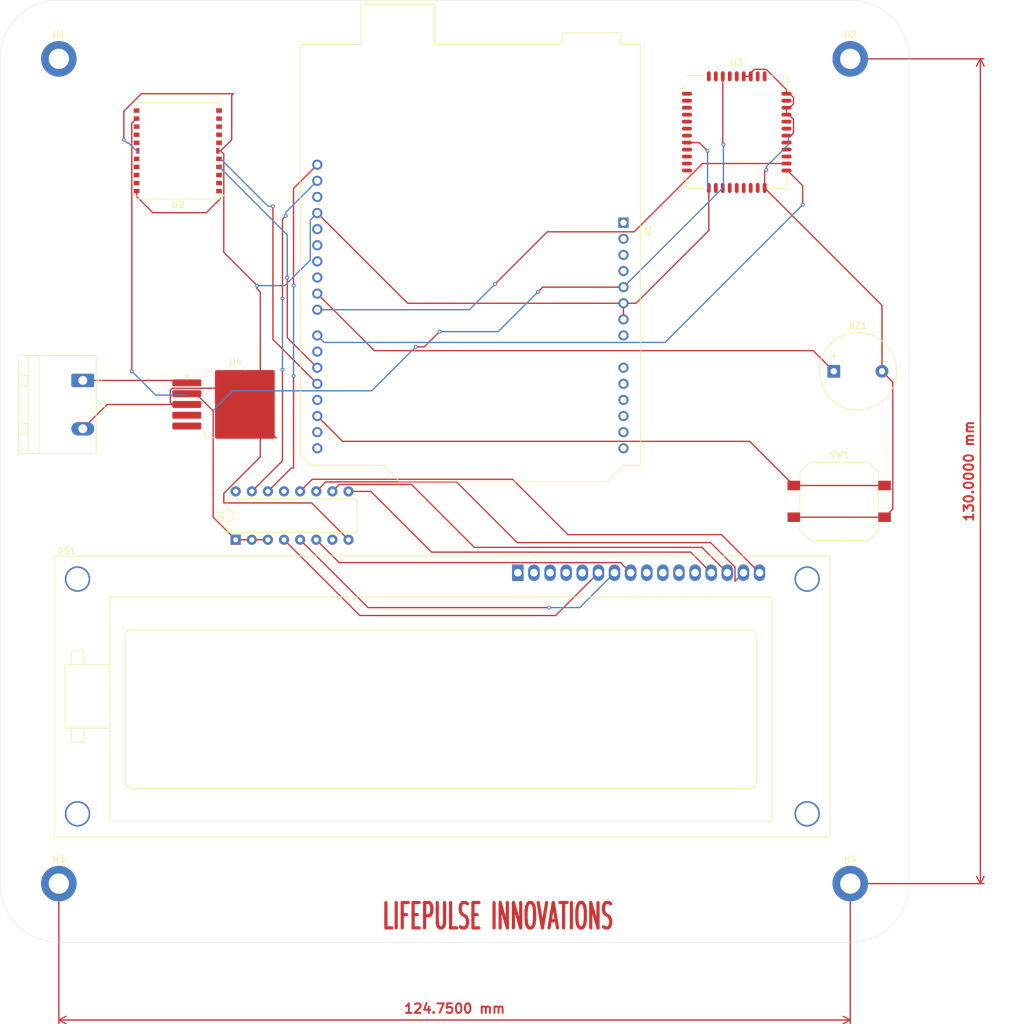
<source format=kicad_pcb>
(kicad_pcb (version 20240108) (generator "pcbnew") (generator_version "8.0")
  (layers (0 "F.Cu" signal) (31 "B.Cu" signal) (34 "B.Paste" user) (35 "F.Paste" user) (36 "B.SilkS" user "B.Silkscreen") (37 "F.SilkS" user "F.Silkscreen") (38 "B.Mask" user) (39 "F.Mask" user) (44 "Edge.Cuts" user))
  (net 0 "")
  (net 1 "/SDA")
  (net 5 "/GPSTX")
  (net 6 "/BZ")
  (net 13 "/GPSRX")
  (net 14 "/SCL")
  (net 23 "/GSMRX")
  (net 24 "/GSMTX")
  (net 25 "+5V")
  (net 28 "Earth")
  (net 30 "/PB")
  (net 33 "/D7")
  (net 37 "/D4")
  (net 39 "/D5")
  (net 40 "/R{slash}W")
  (net 42 "/RS")
  (net 44 "/D6")
  (net 45 "/E")
  (net 93 "Net-(J1-Pin_1)")
  (footprint "Display:HY1602E" (layer "F.Cu") (at 115.35 109)
    (property "Reference" "DS1" (at -71.12 -3.48 0) (layer "F.SilkS"))
    (property "Value" "HY1602E")
    (fp_line (start -73.04 -2.64) (end -73.04 41.64) (stroke (width 0.12)) (layer "F.SilkS"))
    (fp_line (start -73.04 -2.64) (end 49.24 -2.64) (stroke (width 0.12)) (layer "F.SilkS"))
    (fp_line (start -71.4 14.5) (end -64.3 14.5) (stroke (width 0.12)) (layer "F.SilkS"))
    (fp_line (start -71.4 24.5) (end -71.4 14.5) (stroke (width 0.12)) (layer "F.SilkS"))
    (fp_line (start -70.4 12.3) (end -70.4 14.5) (stroke (width 0.12)) (layer "F.SilkS"))
    (fp_line (start -70.4 26.7) (end -70.4 24.5) (stroke (width 0.12)) (layer "F.SilkS"))
    (fp_line (start -68.4 12.3) (end -70.4 12.3) (stroke (width 0.12)) (layer "F.SilkS"))
    (fp_line (start -68.4 14.5) (end -68.4 12.3) (stroke (width 0.12)) (layer "F.SilkS"))
    (fp_line (start -68.4 24.5) (end -68.4 26.7) (stroke (width 0.12)) (layer "F.SilkS"))
    (fp_line (start -68.4 26.7) (end -70.4 26.7) (stroke (width 0.12)) (layer "F.SilkS"))
    (fp_line (start -64.3 3.8) (end 40.1 3.8) (stroke (width 0.12)) (layer "F.SilkS"))
    (fp_line (start -64.3 24.5) (end -71.4 24.5) (stroke (width 0.12)) (layer "F.SilkS"))
    (fp_line (start -64.3 39.2) (end -64.3 3.8) (stroke (width 0.12)) (layer "F.SilkS"))
    (fp_line (start -61.9 33) (end -61.9 10) (stroke (width 0.12)) (layer "F.SilkS"))
    (fp_line (start -60.9 9) (end 36.6 9) (stroke (width 0.12)) (layer "F.SilkS"))
    (fp_line (start -2 -3) (end 2 -3) (stroke (width 0.12)) (layer "F.SilkS"))
    (fp_line (start 36.6 34) (end -60.9 34) (stroke (width 0.12)) (layer "F.SilkS"))
    (fp_line (start 37.6 10) (end 37.6 33) (stroke (width 0.12)) (layer "F.SilkS"))
    (fp_line (start 40.1 3.8) (end 40.1 39.2) (stroke (width 0.12)) (layer "F.SilkS"))
    (fp_line (start 40.1 39.2) (end -64.3 39.2) (stroke (width 0.12)) (layer "F.SilkS"))
    (fp_line (start 49.24 -2.64) (end 49.24 41.64) (stroke (width 0.12)) (layer "F.SilkS"))
    (fp_line (start 49.24 41.64) (end -73.04 41.64) (stroke (width 0.12)) (layer "F.SilkS"))
    (fp_arc (start -61.9 10) (mid -61.607107 9.292893) (end -60.9 9) (stroke (width 0.12)) (layer "F.SilkS"))
    (fp_arc (start -60.9 34) (mid -61.607107 33.707107) (end -61.9 33) (stroke (width 0.12)) (layer "F.SilkS"))
    (fp_arc (start 36.6 9) (mid 37.307107 9.292893) (end 37.6 10) (stroke (width 0.12)) (layer "F.SilkS"))
    (fp_arc (start 37.6 33) (mid 37.307107 33.707107) (end 36.6 34) (stroke (width 0.12)) (layer "F.SilkS"))
    (pad "" thru_hole circle (at -69.40042 1.00076 180) (size 4 4) (drill 3.5) (layers "*.Cu" "*.Mask"))
    (pad "" thru_hole circle (at -69.40042 38.00094 180) (size 4 4) (drill 3.5) (layers "*.Cu" "*.Mask"))
    (pad "" thru_hole circle (at 45.60062 1.00076 180) (size 4 4) (drill 3.5) (layers "*.Cu" "*.Mask"))
    (pad "" thru_hole circle (at 45.60062 38.00094 180) (size 4 4) (drill 3.5) (layers "*.Cu" "*.Mask"))
    (pad "1" thru_hole rect (at 0 0 180) (size 1.8 2.6) (drill 1.2) (layers "*.Cu" "*.Mask"))
    (pad "2" thru_hole oval (at 2.54 0 180) (size 1.8 2.6) (drill 1.2) (layers "*.Cu" "*.Mask"))
    (pad "3" thru_hole oval (at 5.08 0 180) (size 1.8 2.6) (drill 1.2) (layers "*.Cu" "*.Mask"))
    (pad "4" thru_hole oval (at 7.62 0 180) (size 1.8 2.6) (drill 1.2) (layers "*.Cu" "*.Mask"))
    (pad "5" thru_hole oval (at 10.16 0 180) (size 1.8 2.6) (drill 1.2) (layers "*.Cu" "*.Mask"))
    (pad "6" thru_hole oval (at 12.7 0 180) (size 1.8 2.6) (drill 1.2) (layers "*.Cu" "*.Mask") (net 42 "/RS"))
    (pad "7" thru_hole oval (at 15.24 0 180) (size 1.8 2.6) (drill 1.2) (layers "*.Cu" "*.Mask") (net 40 "/R{slash}W"))
    (pad "8" thru_hole oval (at 17.78 0 180) (size 1.8 2.6) (drill 1.2) (layers "*.Cu" "*.Mask") (net 45 "/E"))
    (pad "9" thru_hole oval (at 20.32 0 180) (size 1.8 2.6) (drill 1.2) (layers "*.Cu" "*.Mask"))
    (pad "10" thru_hole oval (at 22.86 0 180) (size 1.8 2.6) (drill 1.2) (layers "*.Cu" "*.Mask"))
    (pad "11" thru_hole oval (at 25.4 0 180) (size 1.8 2.6) (drill 1.2) (layers "*.Cu" "*.Mask"))
    (pad "12" thru_hole oval (at 27.94 0 180) (size 1.8 2.6) (drill 1.2) (layers "*.Cu" "*.Mask"))
    (pad "13" thru_hole oval (at 30.48 0 180) (size 1.8 2.6) (drill 1.2) (layers "*.Cu" "*.Mask") (net 37 "/D4"))
    (pad "14" thru_hole oval (at 33.02 0 180) (size 1.8 2.6) (drill 1.2) (layers "*.Cu" "*.Mask") (net 39 "/D5"))
    (pad "15" thru_hole oval (at 35.56 0 180) (size 1.8 2.6) (drill 1.2) (layers "*.Cu" "*.Mask") (net 44 "/D6"))
    (pad "16" thru_hole oval (at 38.1 0 180) (size 1.8 2.6) (drill 1.2) (layers "*.Cu" "*.Mask") (net 33 "/D7"))
  )
  (footprint "MountingHole:MountingHole_3.2mm_M3_DIN965_Pad_TopBottom" (layer "F.Cu") (at 43 158)
    (property "Reference" "H3" (at 0 -3.8 0) (layer "F.SilkS"))
    (property "Value" "MountingHole_Pad")
    (pad "1" thru_hole circle (at 0 0) (size 3.6 3.6) (drill 3.2) (layers "*.Cu" "*.Mask"))
    (pad "1" connect circle (at 0 0) (size 5.6 5.6) (layers "F.Cu" "F.Mask"))
    (pad "1" connect circle (at 0 0) (size 5.6 5.6) (layers "B.Cu" "B.Mask"))
  )
  (footprint "Package_DIP:DIP-16_W7.62mm" (layer "F.Cu") (at 70.875 103.8 90)
    (property "Reference" "U1" (at 3.81 -2.33 90) (layer "F.SilkS"))
    (property "Value" "PCF8574AP")
    (fp_line (start 6.46 -1.33) (end 4.81 -1.33) (stroke (width 0.12)) (layer "F.SilkS"))
    (fp_line (start 2.81 -1.33) (end 1.16 -1.33) (stroke (width 0.12)) (layer "F.SilkS"))
    (fp_line (start 1.16 -1.33) (end 1.16 19.11) (stroke (width 0.12)) (layer "F.SilkS"))
    (fp_line (start 6.46 19.11) (end 6.46 -1.33) (stroke (width 0.12)) (layer "F.SilkS"))
    (fp_line (start 1.16 19.11) (end 6.46 19.11) (stroke (width 0.12)) (layer "F.SilkS"))
    (fp_arc (start 4.81 -1.33) (mid 3.81 -0.33) (end 2.81 -1.33) (stroke (width 0.12)) (layer "F.SilkS"))
    (pad "1" thru_hole rect (at 0 0 90) (size 1.6 1.6) (drill 0.8) (layers "*.Cu" "*.Mask") (net 25 "+5V"))
    (pad "2" thru_hole oval (at 0 2.54 90) (size 1.6 1.6) (drill 0.8) (layers "*.Cu" "*.Mask") (net 25 "+5V"))
    (pad "3" thru_hole oval (at 0 5.08 90) (size 1.6 1.6) (drill 0.8) (layers "*.Cu" "*.Mask") (net 25 "+5V"))
    (pad "4" thru_hole oval (at 0 7.62 90) (size 1.6 1.6) (drill 0.8) (layers "*.Cu" "*.Mask") (net 42 "/RS"))
    (pad "5" thru_hole oval (at 0 10.16 90) (size 1.6 1.6) (drill 0.8) (layers "*.Cu" "*.Mask") (net 40 "/R{slash}W"))
    (pad "6" thru_hole oval (at 0 12.7 90) (size 1.6 1.6) (drill 0.8) (layers "*.Cu" "*.Mask") (net 45 "/E"))
    (pad "7" thru_hole oval (at 0 15.24 90) (size 1.6 1.6) (drill 0.8) (layers "*.Cu" "*.Mask"))
    (pad "8" thru_hole oval (at 0 17.78 90) (size 1.6 1.6) (drill 0.8) (layers "*.Cu" "*.Mask") (net 28 "Earth"))
    (pad "9" thru_hole oval (at 7.62 17.78 90) (size 1.6 1.6) (drill 0.8) (layers "*.Cu" "*.Mask") (net 37 "/D4"))
    (pad "10" thru_hole oval (at 7.62 15.24 90) (size 1.6 1.6) (drill 0.8) (layers "*.Cu" "*.Mask") (net 39 "/D5"))
    (pad "11" thru_hole oval (at 7.62 12.7 90) (size 1.6 1.6) (drill 0.8) (layers "*.Cu" "*.Mask") (net 44 "/D6"))
    (pad "12" thru_hole oval (at 7.62 10.16 90) (size 1.6 1.6) (drill 0.8) (layers "*.Cu" "*.Mask") (net 33 "/D7"))
    (pad "13" thru_hole oval (at 7.62 7.62 90) (size 1.6 1.6) (drill 0.8) (layers "*.Cu" "*.Mask"))
    (pad "14" thru_hole oval (at 7.62 5.08 90) (size 1.6 1.6) (drill 0.8) (layers "*.Cu" "*.Mask") (net 14 "/SCL"))
    (pad "15" thru_hole oval (at 7.62 2.54 90) (size 1.6 1.6) (drill 0.8) (layers "*.Cu" "*.Mask") (net 1 "/SDA"))
    (pad "16" thru_hole oval (at 7.62 0 90) (size 1.6 1.6) (drill 0.8) (layers "*.Cu" "*.Mask"))
  )
  (footprint "RF_GSM:SIMCom_SIM800C" (layer "F.Cu") (at 149.85 39.55)
    (property "Reference" "U3" (at 0 -11 0) (layer "F.SilkS"))
    (property "Value" "SIM800C")
    (fp_line (start -7.96 8.91) (end -7.96 6.6) (stroke (width 0.12)) (layer "F.SilkS"))
    (fp_line (start -7.96 8.91) (end -5 8.91) (stroke (width 0.12)) (layer "F.SilkS"))
    (fp_line (start -7.85 -8.91) (end -5 -8.91) (stroke (width 0.12)) (layer "F.SilkS"))
    (fp_line (start 7.96 -8.91) (end 5 -8.91) (stroke (width 0.12)) (layer "F.SilkS"))
    (fp_line (start 7.96 -8.91) (end 7.96 -6.6) (stroke (width 0.12)) (layer "F.SilkS"))
    (fp_line (start 7.96 8.91) (end 5 8.91) (stroke (width 0.12)) (layer "F.SilkS"))
    (fp_line (start 7.96 8.91) (end 7.96 6.6) (stroke (width 0.12)) (layer "F.SilkS"))
    (fp_poly (pts (xy -8.41 -6.64) (xy -8.65 -6.97) (xy -8.17 -6.97) (xy -8.41 -6.64)) (stroke (width 0.12)) (fill solid) (layer "F.SilkS"))
    (pad "1" smd oval (at -7.85 -6.05) (size 1.6 0.6) (layers "F.Cu" "F.Mask"))
    (pad "2" smd oval (at -7.85 -4.95) (size 1.6 0.6) (layers "F.Cu" "F.Mask"))
    (pad "3" smd oval (at -7.85 -3.85) (size 1.6 0.6) (layers "F.Cu" "F.Mask"))
    (pad "4" smd oval (at -7.85 -2.75) (size 1.6 0.6) (layers "F.Cu" "F.Mask"))
    (pad "5" smd oval (at -7.85 -1.65) (size 1.6 0.6) (layers "F.Cu" "F.Mask"))
    (pad "6" smd oval (at -7.85 -0.55) (size 1.6 0.6) (layers "F.Cu" "F.Mask"))
    (pad "7" smd oval (at -7.85 0.55) (size 1.6 0.6) (layers "F.Cu" "F.Mask"))
    (pad "8" smd oval (at -7.85 1.65) (size 1.6 0.6) (layers "F.Cu" "F.Mask") (net 28 "Earth"))
    (pad "9" smd oval (at -7.85 2.75) (size 1.6 0.6) (layers "F.Cu" "F.Mask"))
    (pad "10" smd oval (at -7.85 3.85) (size 1.6 0.6) (layers "F.Cu" "F.Mask"))
    (pad "11" smd oval (at -7.85 4.95) (size 1.6 0.6) (layers "F.Cu" "F.Mask"))
    (pad "12" smd oval (at -7.85 6.05) (size 1.6 0.6) (layers "F.Cu" "F.Mask"))
    (pad "13" smd oval (at -4.4 8.8) (size 0.6 1.6) (layers "F.Cu" "F.Mask") (net 28 "Earth"))
    (pad "14" smd oval (at -3.3 8.8) (size 0.6 1.6) (layers "F.Cu" "F.Mask"))
    (pad "15" smd oval (at -2.2 8.8) (size 0.6 1.6) (layers "F.Cu" "F.Mask"))
    (pad "16" smd oval (at -1.1 8.8) (size 0.6 1.6) (layers "F.Cu" "F.Mask"))
    (pad "17" smd oval (at 0 8.8) (size 0.6 1.6) (layers "F.Cu" "F.Mask"))
    (pad "18" smd oval (at 1.1 8.8) (size 0.6 1.6) (layers "F.Cu" "F.Mask"))
    (pad "19" smd oval (at 2.2 8.8) (size 0.6 1.6) (layers "F.Cu" "F.Mask") (net 28 "Earth"))
    (pad "20" smd oval (at 3.3 8.8) (size 0.6 1.6) (layers "F.Cu" "F.Mask"))
    (pad "21" smd oval (at 4.4 8.8) (size 0.6 1.6) (layers "F.Cu" "F.Mask") (net 28 "Earth"))
    (pad "22" smd oval (at 7.85 6.05) (size 1.6 0.6) (layers "F.Cu" "F.Mask") (net 24 "/GSMTX"))
    (pad "23" smd oval (at 7.85 4.95) (size 1.6 0.6) (layers "F.Cu" "F.Mask") (net 23 "/GSMRX"))
    (pad "24" smd oval (at 7.85 3.85) (size 1.6 0.6) (layers "F.Cu" "F.Mask"))
    (pad "25" smd oval (at 7.85 2.75) (size 1.6 0.6) (layers "F.Cu" "F.Mask"))
    (pad "26" smd oval (at 7.85 1.65) (size 1.6 0.6) (layers "F.Cu" "F.Mask"))
    (pad "27" smd oval (at 7.85 0.55) (size 1.6 0.6) (layers "F.Cu" "F.Mask") (net 28 "Earth"))
    (pad "28" smd oval (at 7.85 -0.55) (size 1.6 0.6) (layers "F.Cu" "F.Mask"))
    (pad "29" smd oval (at 7.85 -1.65) (size 1.6 0.6) (layers "F.Cu" "F.Mask"))
    (pad "30" smd oval (at 7.85 -2.75) (size 1.6 0.6) (layers "F.Cu" "F.Mask") (net 28 "Earth"))
    (pad "31" smd oval (at 7.85 -3.85) (size 1.6 0.6) (layers "F.Cu" "F.Mask") (net 28 "Earth"))
    (pad "32" smd oval (at 7.85 -4.95) (size 1.6 0.6) (layers "F.Cu" "F.Mask"))
    (pad "33" smd oval (at 7.85 -6.05) (size 1.6 0.6) (layers "F.Cu" "F.Mask") (net 28 "Earth"))
    (pad "34" smd oval (at 4.4 -8.8) (size 0.6 1.6) (layers "F.Cu" "F.Mask"))
    (pad "35" smd oval (at 3.3 -8.8) (size 0.6 1.6) (layers "F.Cu" "F.Mask"))
    (pad "36" smd oval (at 2.2 -8.8) (size 0.6 1.6) (layers "F.Cu" "F.Mask") (net 28 "Earth"))
    (pad "37" smd oval (at 1.1 -8.8) (size 0.6 1.6) (layers "F.Cu" "F.Mask") (net 28 "Earth"))
    (pad "38" smd oval (at 0 -8.8) (size 0.6 1.6) (layers "F.Cu" "F.Mask"))
    (pad "39" smd oval (at -1.1 -8.8) (size 0.6 1.6) (layers "F.Cu" "F.Mask"))
    (pad "40" smd oval (at -2.2 -8.8) (size 0.6 1.6) (layers "F.Cu" "F.Mask") (net 25 "+5V"))
    (pad "41" smd oval (at -3.3 -8.8) (size 0.6 1.6) (layers "F.Cu" "F.Mask"))
    (pad "42" smd oval (at -4.4 -8.8) (size 0.6 1.6) (layers "F.Cu" "F.Mask"))
  )
  (footprint "Connector_Phoenix_GMSTB:PhoenixContact_GMSTBA_2,5_2-G-7,62_1x02_P7.62mm_Horizontal" (layer "F.Cu") (at 46.7775 78.69 -90)
    (property "Reference" "J1" (at 3.81 -3.2 90) (layer "F.SilkS"))
    (property "Value" "Conn_01x02_Pin")
    (fp_line (start -3.92 10.11) (end 11.54 10.11) (stroke (width 0.12)) (layer "F.SilkS"))
    (fp_line (start -1 10.11) (end 1 10.11) (stroke (width 0.12)) (layer "F.SilkS"))
    (fp_line (start 1 10.11) (end 0.75 8.61) (stroke (width 0.12)) (layer "F.SilkS"))
    (fp_line (start 6.62 10.11) (end 8.62 10.11) (stroke (width 0.12)) (layer "F.SilkS"))
    (fp_line (start 8.62 10.11) (end 8.37 8.61) (stroke (width 0.12)) (layer "F.SilkS"))
    (fp_line (start 11.54 10.11) (end 11.54 -2.11) (stroke (width 0.12)) (layer "F.SilkS"))
    (fp_line (start -3.92 8.61) (end -3.92 6.81) (stroke (width 0.12)) (layer "F.SilkS"))
    (fp_line (start -0.75 8.61) (end -1 10.11) (stroke (width 0.12)) (layer "F.SilkS"))
    (fp_line (start 0.75 8.61) (end -0.75 8.61) (stroke (width 0.12)) (layer "F.SilkS"))
    (fp_line (start 6.87 8.61) (end 6.62 10.11) (stroke (width 0.12)) (layer "F.SilkS"))
    (fp_line (start 8.37 8.61) (end 6.87 8.61) (stroke (width 0.12)) (layer "F.SilkS"))
    (fp_line (start 11.54 8.61) (end -3.92 8.61) (stroke (width 0.12)) (layer "F.SilkS"))
    (fp_line (start -3.92 6.81) (end 11.54 6.81) (stroke (width 0.12)) (layer "F.SilkS"))
    (fp_line (start 11.54 6.81) (end 11.54 8.61) (stroke (width 0.12)) (layer "F.SilkS"))
    (fp_line (start -3.92 -2.11) (end -3.92 10.11) (stroke (width 0.12)) (layer "F.SilkS"))
    (fp_line (start 11.54 -2.11) (end -3.92 -2.11) (stroke (width 0.12)) (layer "F.SilkS"))
    (fp_line (start 0 -2.31) (end -0.3 -2.91) (stroke (width 0.12)) (layer "F.SilkS"))
    (fp_line (start -0.3 -2.91) (end 0.3 -2.91) (stroke (width 0.12)) (layer "F.SilkS"))
    (fp_line (start 0.3 -2.91) (end 0 -2.31) (stroke (width 0.12)) (layer "F.SilkS"))
    (pad "1" thru_hole roundrect (at 0 0 270) (size 2.1 3.6) (drill 1.4) (layers "*.Cu" "*.Mask") (roundrect_rratio 0.119048) (net 93 "Net-(J1-Pin_1)"))
    (pad "2" thru_hole oval (at 7.62 0 270) (size 2.1 3.6) (drill 1.4) (layers "*.Cu" "*.Mask") (net 28 "Earth"))
  )
  (footprint "RF_GPS:Linx_RXM-GPS" (layer "F.Cu") (at 61.75 42.5 180)
    (property "Reference" "U2" (at 0 -8.5 0) (layer "F.SilkS"))
    (property "Value" "RXM-GPS-RM")
    (fp_line (start 6.6 7.6) (end 6.6 6.85) (stroke (width 0.12)) (layer "F.SilkS"))
    (fp_line (start 6.6 -7.6) (end 6.6 -6.9) (stroke (width 0.12)) (layer "F.SilkS"))
    (fp_line (start -6.6 7.6) (end 6.6 7.6) (stroke (width 0.12)) (layer "F.SilkS"))
    (fp_line (start -6.6 6.95) (end -6.6 7.6) (stroke (width 0.12)) (layer "F.SilkS"))
    (fp_line (start -6.6 -7) (end -6.6 -7.6) (stroke (width 0.12)) (layer "F.SilkS"))
    (fp_line (start -6.6 -7.6) (end 6.6 -7.6) (stroke (width 0.12)) (layer "F.SilkS"))
    (fp_poly (pts (xy -6.87 -6.96) (xy -6.87 -7.44) (xy -7.35 -6.96)) (stroke (width 0.12)) (fill solid) (layer "F.SilkS"))
    (pad "1" smd rect (at -6.5 -6.35 270) (size 0.7 0.9) (layers "F.Cu" "F.Paste" "F.Mask"))
    (pad "2" smd rect (at -6.5 -5.08 270) (size 0.7 0.9) (layers "F.Cu" "F.Paste" "F.Mask"))
    (pad "3" smd rect (at -6.5 -3.81 270) (size 0.7 0.9) (layers "F.Cu" "F.Paste" "F.Mask"))
    (pad "4" smd rect (at -6.5 -2.54 270) (size 0.7 0.9) (layers "F.Cu" "F.Paste" "F.Mask") (net 5 "/GPSTX"))
    (pad "5" smd rect (at -6.5 -1.27 270) (size 0.7 0.9) (layers "F.Cu" "F.Paste" "F.Mask") (net 13 "/GPSRX"))
    (pad "6" smd rect (at -6.5 1.27 270) (size 0.7 0.9) (layers "F.Cu" "F.Paste" "F.Mask"))
    (pad "7" smd rect (at -6.5 2.54 270) (size 0.7 0.9) (layers "F.Cu" "F.Paste" "F.Mask"))
    (pad "8" smd rect (at -6.5 3.81 270) (size 0.7 0.9) (layers "F.Cu" "F.Paste" "F.Mask"))
    (pad "9" smd rect (at -6.5 5.08 270) (size 0.7 0.9) (layers "F.Cu" "F.Paste" "F.Mask"))
    (pad "10" smd rect (at -6.5 6.35 270) (size 0.7 0.9) (layers "F.Cu" "F.Paste" "F.Mask"))
    (pad "11" smd rect (at 6.5 6.35 270) (size 0.7 0.9) (layers "F.Cu" "F.Paste" "F.Mask"))
    (pad "12" smd rect (at 6.5 5.08 270) (size 0.7 0.9) (layers "F.Cu" "F.Paste" "F.Mask") (net 25 "+5V"))
    (pad "13" smd rect (at 6.5 3.81 270) (size 0.7 0.9) (layers "F.Cu" "F.Paste" "F.Mask"))
    (pad "14" smd rect (at 6.5 2.54 270) (size 0.7 0.9) (layers "F.Cu" "F.Paste" "F.Mask"))
    (pad "15" smd rect (at 6.5 1.27 270) (size 0.7 0.9) (layers "F.Cu" "F.Paste" "F.Mask"))
    (pad "16" smd rect (at 6.5 -1.27 270) (size 0.7 0.9) (layers "F.Cu" "F.Paste" "F.Mask"))
    (pad "17" smd rect (at 6.5 -2.54 270) (size 0.7 0.9) (layers "F.Cu" "F.Paste" "F.Mask"))
    (pad "18" smd rect (at 6.5 -3.81 270) (size 0.7 0.9) (layers "F.Cu" "F.Paste" "F.Mask") (net 28 "Earth"))
    (pad "19" smd rect (at 6.5 -5.08 270) (size 0.7 0.9) (layers "F.Cu" "F.Paste" "F.Mask"))
    (pad "20" smd rect (at 6.5 -6.35 270) (size 0.7 0.9) (layers "F.Cu" "F.Paste" "F.Mask") (net 28 "Earth"))
    (pad "21" smd rect (at -6.3 0 270) (size 0.92 0.5) (layers "F.Cu" "F.Paste" "F.Mask") (net 28 "Earth"))
    (pad "22" smd rect (at 6.3 0 270) (size 0.92 0.5) (layers "F.Cu" "F.Paste" "F.Mask") (net 28 "Earth"))
  )
  (footprint "MountingHole:MountingHole_3.2mm_M3_DIN965_Pad_TopBottom" (layer "F.Cu") (at 167.75 158)
    (property "Reference" "H4" (at 0 -3.8 0) (layer "F.SilkS"))
    (property "Value" "MountingHole_Pad")
    (pad "1" thru_hole circle (at 0 0) (size 3.6 3.6) (drill 3.2) (layers "*.Cu" "*.Mask"))
    (pad "1" connect circle (at 0 0) (size 5.6 5.6) (layers "F.Cu" "F.Mask"))
    (pad "1" connect circle (at 0 0) (size 5.6 5.6) (layers "B.Cu" "B.Mask"))
  )
  (footprint "MountingHole:MountingHole_3.2mm_M3_DIN965_Pad_TopBottom" (layer "F.Cu") (at 43 28)
    (property "Reference" "H1" (at 0 -3.8 0) (layer "F.SilkS"))
    (property "Value" "MountingHole_Pad")
    (pad "1" thru_hole circle (at 0 0) (size 3.6 3.6) (drill 3.2) (layers "*.Cu" "*.Mask"))
    (pad "1" connect circle (at 0 0) (size 5.6 5.6) (layers "F.Cu" "F.Mask"))
    (pad "1" connect circle (at 0 0) (size 5.6 5.6) (layers "B.Cu" "B.Mask"))
  )
  (footprint "MountingHole:MountingHole_3.2mm_M3_DIN965_Pad_TopBottom" (layer "F.Cu") (at 167.75 28)
    (property "Reference" "H2" (at 0 -3.8 0) (layer "F.SilkS"))
    (property "Value" "MountingHole_Pad")
    (pad "1" thru_hole circle (at 0 0) (size 3.6 3.6) (drill 3.2) (layers "*.Cu" "*.Mask"))
    (pad "1" connect circle (at 0 0) (size 5.6 5.6) (layers "F.Cu" "F.Mask"))
    (pad "1" connect circle (at 0 0) (size 5.6 5.6) (layers "B.Cu" "B.Mask"))
  )
  (footprint "Buzzer_Beeper:Buzzer_12x9.5RM7.6" (layer "F.Cu") (at 165.15 77.25)
    (property "Reference" "BZ1" (at 3.8 -7.2 0) (layer "F.SilkS"))
    (property "Value" "Buzzer")
    (fp_circle (center 3.8 0) (end 9.9 0) (stroke (width 0.12)) (fill none) (layer "F.SilkS"))
    (fp_text user "+" (at -0.01 -2.54 0) (layer "F.SilkS"))
    (pad "1" thru_hole rect (at 0 0) (size 2 2) (drill 1) (layers "*.Cu" "*.Mask") (net 6 "/BZ"))
    (pad "2" thru_hole circle (at 7.6 0) (size 2 2) (drill 1) (layers "*.Cu" "*.Mask") (net 28 "Earth"))
  )
  (footprint "Module:Arduino_UNO_R3" (layer "F.Cu") (at 132 53.825 -90)
    (property "Reference" "A1" (at 1.27 -3.81 90) (layer "F.SilkS"))
    (property "Value" "Arduino_UNO_R3")
    (fp_line (start -28.07 50.93) (end 36.58 50.93) (stroke (width 0.12)) (layer "F.SilkS"))
    (fp_line (start 36.58 50.93) (end 38.23 49.28) (stroke (width 0.12)) (layer "F.SilkS"))
    (fp_line (start 38.23 49.28) (end 38.23 37.85) (stroke (width 0.12)) (layer "F.SilkS"))
    (fp_line (start -34.42 41.4) (end -28.07 41.4) (stroke (width 0.12)) (layer "F.SilkS"))
    (fp_line (start -28.07 41.4) (end -28.07 50.93) (stroke (width 0.12)) (layer "F.SilkS"))
    (fp_line (start 38.23 37.85) (end 40.77 35.31) (stroke (width 0.12)) (layer "F.SilkS"))
    (fp_line (start 40.77 35.31) (end 40.77 2.54) (stroke (width 0.12)) (layer "F.SilkS"))
    (fp_line (start -34.42 29.72) (end -34.42 41.4) (stroke (width 0.12)) (layer "F.SilkS"))
    (fp_line (start -28.07 29.72) (end -34.42 29.72) (stroke (width 0.12)) (layer "F.SilkS"))
    (fp_line (start -29.97 9.65) (end -28.07 9.65) (stroke (width 0.12)) (layer "F.SilkS"))
    (fp_line (start -28.07 9.65) (end -28.07 29.72) (stroke (width 0.12)) (layer "F.SilkS"))
    (fp_line (start 40.77 2.54) (end 38.23 0) (stroke (width 0.12)) (layer "F.SilkS"))
    (fp_line (start -29.97 0.51) (end -29.97 9.65) (stroke (width 0.12)) (layer "F.SilkS"))
    (fp_line (start -28.07 0.51) (end -29.97 0.51) (stroke (width 0.12)) (layer "F.SilkS"))
    (fp_line (start 38.23 0) (end 38.23 -2.67) (stroke (width 0.12)) (layer "F.SilkS"))
    (fp_line (start -28.07 -2.67) (end -28.07 0.51) (stroke (width 0.12)) (layer "F.SilkS"))
    (fp_line (start 38.23 -2.67) (end -28.07 -2.67) (stroke (width 0.12)) (layer "F.SilkS"))
    (pad "1" thru_hole rect (at 0 0) (size 1.6 1.6) (drill 1) (layers "*.Cu" "*.Mask"))
    (pad "2" thru_hole oval (at 2.54 0) (size 1.6 1.6) (drill 1) (layers "*.Cu" "*.Mask"))
    (pad "3" thru_hole oval (at 5.08 0) (size 1.6 1.6) (drill 1) (layers "*.Cu" "*.Mask"))
    (pad "4" thru_hole oval (at 7.62 0) (size 1.6 1.6) (drill 1) (layers "*.Cu" "*.Mask"))
    (pad "5" thru_hole oval (at 10.16 0) (size 1.6 1.6) (drill 1) (layers "*.Cu" "*.Mask") (net 25 "+5V"))
    (pad "6" thru_hole oval (at 12.7 0) (size 1.6 1.6) (drill 1) (layers "*.Cu" "*.Mask") (net 28 "Earth"))
    (pad "7" thru_hole oval (at 15.24 0) (size 1.6 1.6) (drill 1) (layers "*.Cu" "*.Mask") (net 28 "Earth"))
    (pad "8" thru_hole oval (at 17.78 0) (size 1.6 1.6) (drill 1) (layers "*.Cu" "*.Mask"))
    (pad "9" thru_hole oval (at 22.86 0) (size 1.6 1.6) (drill 1) (layers "*.Cu" "*.Mask"))
    (pad "10" thru_hole oval (at 25.4 0) (size 1.6 1.6) (drill 1) (layers "*.Cu" "*.Mask"))
    (pad "11" thru_hole oval (at 27.94 0) (size 1.6 1.6) (drill 1) (layers "*.Cu" "*.Mask"))
    (pad "12" thru_hole oval (at 30.48 0) (size 1.6 1.6) (drill 1) (layers "*.Cu" "*.Mask"))
    (pad "13" thru_hole oval (at 33.02 0) (size 1.6 1.6) (drill 1) (layers "*.Cu" "*.Mask"))
    (pad "14" thru_hole oval (at 35.56 0) (size 1.6 1.6) (drill 1) (layers "*.Cu" "*.Mask"))
    (pad "15" thru_hole oval (at 35.56 48.26) (size 1.6 1.6) (drill 1) (layers "*.Cu" "*.Mask"))
    (pad "16" thru_hole oval (at 33.02 48.26) (size 1.6 1.6) (drill 1) (layers "*.Cu" "*.Mask"))
    (pad "17" thru_hole oval (at 30.48 48.26) (size 1.6 1.6) (drill 1) (layers "*.Cu" "*.Mask") (net 30 "/PB"))
    (pad "18" thru_hole oval (at 27.94 48.26) (size 1.6 1.6) (drill 1) (layers "*.Cu" "*.Mask"))
    (pad "19" thru_hole oval (at 25.4 48.26) (size 1.6 1.6) (drill 1) (layers "*.Cu" "*.Mask") (net 13 "/GPSRX"))
    (pad "20" thru_hole oval (at 22.86 48.26) (size 1.6 1.6) (drill 1) (layers "*.Cu" "*.Mask") (net 5 "/GPSTX"))
    (pad "21" thru_hole oval (at 20.32 48.26) (size 1.6 1.6) (drill 1) (layers "*.Cu" "*.Mask"))
    (pad "22" thru_hole oval (at 17.78 48.26) (size 1.6 1.6) (drill 1) (layers "*.Cu" "*.Mask") (net 24 "/GSMTX"))
    (pad "23" thru_hole oval (at 13.72 48.26) (size 1.6 1.6) (drill 1) (layers "*.Cu" "*.Mask") (net 23 "/GSMRX"))
    (pad "24" thru_hole oval (at 11.18 48.26) (size 1.6 1.6) (drill 1) (layers "*.Cu" "*.Mask") (net 6 "/BZ"))
    (pad "25" thru_hole oval (at 8.64 48.26) (size 1.6 1.6) (drill 1) (layers "*.Cu" "*.Mask"))
    (pad "26" thru_hole oval (at 6.1 48.26) (size 1.6 1.6) (drill 1) (layers "*.Cu" "*.Mask"))
    (pad "27" thru_hole oval (at 3.56 48.26) (size 1.6 1.6) (drill 1) (layers "*.Cu" "*.Mask"))
    (pad "28" thru_hole oval (at 1.02 48.26) (size 1.6 1.6) (drill 1) (layers "*.Cu" "*.Mask"))
    (pad "29" thru_hole oval (at -1.52 48.26) (size 1.6 1.6) (drill 1) (layers "*.Cu" "*.Mask") (net 28 "Earth"))
    (pad "30" thru_hole oval (at -4.06 48.26) (size 1.6 1.6) (drill 1) (layers "*.Cu" "*.Mask"))
    (pad "31" thru_hole oval (at -6.6 48.26) (size 1.6 1.6) (drill 1) (layers "*.Cu" "*.Mask") (net 1 "/SDA"))
    (pad "32" thru_hole oval (at -9.14 48.26) (size 1.6 1.6) (drill 1) (layers "*.Cu" "*.Mask") (net 14 "/SCL"))
  )
  (footprint "Package_TO_SOT_SMD:TO-263-5_TabPin3" (layer "F.Cu") (at 70.825 82.475)
    (property "Reference" "U4" (at 0 -6.65 0) (layer "F.SilkS"))
    (property "Value" "LM2596S-3.3")
    (fp_line (start -4.825 -5.2) (end -4.825 -4.25) (stroke (width 0.12)) (layer "F.SilkS"))
    (fp_line (start -4.825 5.2) (end -4.825 4.25) (stroke (width 0.12)) (layer "F.SilkS"))
    (fp_line (start -3.46 -5.2) (end -4.825 -5.2) (stroke (width 0.12)) (layer "F.SilkS"))
    (fp_line (start -3.46 5.2) (end -4.825 5.2) (stroke (width 0.12)) (layer "F.SilkS"))
    (fp_poly (pts (xy -7.65 -4.21) (xy -7.99 -4.68) (xy -7.31 -4.68) (xy -7.65 -4.21)) (stroke (width 0.12)) (fill solid) (layer "F.SilkS"))
    (pad "1" smd roundrect (at -7.65 -3.4) (size 4.6 1.1) (layers "F.Cu" "F.Paste" "F.Mask") (roundrect_rratio 0.227273) (net 93 "Net-(J1-Pin_1)"))
    (pad "2" smd roundrect (at -7.65 -1.7) (size 4.6 1.1) (layers "F.Cu" "F.Paste" "F.Mask") (roundrect_rratio 0.227273) (net 25 "+5V"))
    (pad "3" smd roundrect (at -7.65 0) (size 4.6 1.1) (layers "F.Cu" "F.Paste" "F.Mask") (roundrect_rratio 0.227273) (net 28 "Earth"))
    (pad "3" smd roundrect (at -0.925 -2.775) (size 4.55 5.25) (layers "F.Cu" "F.Paste") (roundrect_rratio 0.054945) (net 28 "Earth"))
    (pad "3" smd roundrect (at -0.925 2.775) (size 4.55 5.25) (layers "F.Cu" "F.Paste") (roundrect_rratio 0.054945) (net 28 "Earth"))
    (pad "3" smd roundrect (at 1.5 0) (size 9.4 10.8) (layers "F.Cu" "F.Mask") (roundrect_rratio 0.026596) (net 28 "Earth"))
    (pad "3" smd roundrect (at 3.925 -2.775) (size 4.55 5.25) (layers "F.Cu" "F.Paste") (roundrect_rratio 0.054945) (net 28 "Earth"))
    (pad "3" smd roundrect (at 3.925 2.775) (size 4.55 5.25) (layers "F.Cu" "F.Paste") (roundrect_rratio 0.054945) (net 28 "Earth"))
    (pad "4" smd roundrect (at -7.65 1.7) (size 4.6 1.1) (layers "F.Cu" "F.Paste" "F.Mask") (roundrect_rratio 0.227273))
    (pad "5" smd roundrect (at -7.65 3.4) (size 4.6 1.1) (layers "F.Cu" "F.Paste" "F.Mask") (roundrect_rratio 0.227273))
  )
  (footprint "Button_Switch_SMD:SW_Push_1P1T_NO_CK_PTS125Sx43PSMTR" (layer "F.Cu") (at 166 97.75)
    (property "Reference" "SW1" (at 0 -7.3 0) (layer "F.SilkS"))
    (property "Value" "SW_Push")
    (fp_line (start -6.2 -4.6) (end -4.6 -6.15) (stroke (width 0.12)) (layer "F.SilkS"))
    (fp_line (start -6.2 -3.45) (end -6.2 -4.6) (stroke (width 0.12)) (layer "F.SilkS"))
    (fp_line (start -6.2 -1.55) (end -6.2 1.55) (stroke (width 0.12)) (layer "F.SilkS"))
    (fp_line (start -6.2 3.45) (end -6.2 4.6) (stroke (width 0.12)) (layer "F.SilkS"))
    (fp_line (start -6.2 4.6) (end -4.6 6.15) (stroke (width 0.12)) (layer "F.SilkS"))
    (fp_line (start -4.6 -6.15) (end 4.6 -6.15) (stroke (width 0.12)) (layer "F.SilkS"))
    (fp_line (start -4.6 6.15) (end 4.6 6.15) (stroke (width 0.12)) (layer "F.SilkS"))
    (fp_line (start 4.6 -6.15) (end 6.2 -4.6) (stroke (width 0.12)) (layer "F.SilkS"))
    (fp_line (start 4.6 6.15) (end 6.2 4.6) (stroke (width 0.12)) (layer "F.SilkS"))
    (fp_line (start 6.2 -3.45) (end 6.2 -4.6) (stroke (width 0.12)) (layer "F.SilkS"))
    (fp_line (start 6.2 -1.55) (end 6.2 1.55) (stroke (width 0.12)) (layer "F.SilkS"))
    (fp_line (start 6.2 3.45) (end 6.2 4.6) (stroke (width 0.12)) (layer "F.SilkS"))
    (pad "" np_thru_hole circle (at 0 -4.5) (size 2 2) (drill 2) (layers "*.Cu" "*.Mask"))
    (pad "" np_thru_hole circle (at 0 4.5) (size 2 2) (drill 2) (layers "*.Cu" "*.Mask"))
    (pad "1" smd rect (at -7.15 -2.5) (size 2 1.5) (layers "F.Cu" "F.Paste" "F.Mask") (net 30 "/PB"))
    (pad "1" smd rect (at 7.15 -2.5) (size 2 1.5) (layers "F.Cu" "F.Paste" "F.Mask") (net 30 "/PB"))
    (pad "2" smd rect (at -7.15 2.5) (size 2 1.5) (layers "F.Cu" "F.Paste" "F.Mask") (net 28 "Earth"))
    (pad "2" smd rect (at 7.15 2.5) (size 2 1.5) (layers "F.Cu" "F.Paste" "F.Mask") (net 28 "Earth"))
  )
  (gr_line (start 33.75 158) (end 33.75 28) (stroke (width 0.05)) (layer "Edge.Cuts"))
  (gr_arc (start 43 167.25) (mid 36.459262 164.540738) (end 33.75 158) (stroke (width 0.05)) (layer "Edge.Cuts"))
  (gr_line (start 177 28) (end 177 158) (stroke (width 0.05)) (layer "Edge.Cuts"))
  (gr_arc (start 167.75 18.75) (mid 174.290738 21.459262) (end 177 28) (stroke (width 0.05)) (layer "Edge.Cuts"))
  (gr_arc (start 177 158) (mid 174.290738 164.540738) (end 167.75 167.25) (stroke (width 0.05)) (layer "Edge.Cuts"))
  (gr_line (start 43 18.75) (end 167.75 18.75) (stroke (width 0.05)) (layer "Edge.Cuts"))
  (gr_line (start 167.75 167.25) (end 43 167.25) (stroke (width 0.05)) (layer "Edge.Cuts"))
  (gr_arc (start 33.75 28) (mid 36.459262 21.459262) (end 43 18.75) (stroke (width 0.05)) (layer "Edge.Cuts"))
  (gr_text "LIFEPULSE INNOVATIONS" (at 93.75 165.5 0) (layer "F.Cu") (effects (font (size 4 2) (thickness 0.5) (bold yes)) (justify left bottom)))
  (dimension (type aligned) (layer "F.Cu") (pts (xy 167.75 158) (xy 43 158)) (height -21.5) (gr_text "124.7500 mm" (at 105.375 177.7 0) (layer "F.Cu") (effects (font (size 1.5 1.5) (thickness 0.3)))) (format (prefix "") (suffix "") (units 3) (units_format 1) (precision 4)) (style (thickness 0.2) (arrow_length 1.27) (text_position_mode 0) (extension_height 0.58642) (extension_offset 0.5) keep_text_aligned))
  (dimension (type aligned) (layer "F.Cu") (pts (xy 167.75 28) (xy 167.75 158)) (height -20.5) (gr_text "130.0000 mm" (at 186.45 93 90) (layer "F.Cu") (effects (font (size 1.5 1.5) (thickness 0.3)))) (format (prefix "") (suffix "") (units 3) (units_format 1) (precision 4)) (style (thickness 0.2) (arrow_length 1.27) (text_position_mode 0) (extension_height 0.58642) (extension_offset 0.5) keep_text_aligned))
  (segment (start 78.25 65.75) (end 78.25 53.25) (width 0.2) (layer "F.Cu") (net 1))
  (segment (start 78.25 91.345) (end 78.25 77) (width 0.2) (layer "F.Cu") (net 1))
  (segment (start 73.415 96.18) (end 78.25 91.345) (width 0.2) (layer "F.Cu") (net 1))
  (segment (start 78.25 53.25) (end 78.75 52.75) (width 0.2) (layer "F.Cu") (net 1))
  (via (at 78.25 65.75) (size 0.6) (drill 0.3) (layers "F.Cu" "B.Cu") (net 1))
  (via (at 78.25 77) (size 0.6) (drill 0.3) (layers "F.Cu" "B.Cu") (net 1))
  (via (at 78.75 52.75) (size 0.6) (drill 0.3) (layers "F.Cu" "B.Cu") (net 1))
  (segment (start 78.75 52.215) (end 83.74 47.225) (width 0.2) (layer "B.Cu") (net 1))
  (segment (start 78.25 77) (end 78.25 65.75) (width 0.2) (layer "B.Cu") (net 1))
  (segment (start 78.75 52.75) (end 78.75 52.215) (width 0.2) (layer "B.Cu") (net 1))
  (segment (start 79 71.945) (end 79 62.5) (width 0.2) (layer "F.Cu") (net 5))
  (segment (start 83.74 76.685) (end 79 71.945) (width 0.2) (layer "F.Cu") (net 5))
  (via (at 79 62.5) (size 0.6) (drill 0.3) (layers "F.Cu" "B.Cu") (net 5))
  (segment (start 79 55.75) (end 68.25 45) (width 0.2) (layer "B.Cu") (net 5))
  (segment (start 79 62.5) (end 79 55.75) (width 0.2) (layer "B.Cu") (net 5))
  (segment (start 161.9 74) (end 92.735 74) (width 0.2) (layer "F.Cu") (net 6))
  (segment (start 165.15 77.25) (end 161.9 74) (width 0.2) (layer "F.Cu") (net 6))
  (segment (start 92.735 74) (end 83.74 65.005) (width 0.2) (layer "F.Cu") (net 6))
  (segment (start 76.75 72.235) (end 76.75 51.25) (width 0.2) (layer "F.Cu") (net 13))
  (segment (start 83.74 79.225) (end 76.75 72.235) (width 0.2) (layer "F.Cu") (net 13))
  (via (at 76.75 51.25) (size 0.6) (drill 0.3) (layers "F.Cu" "B.Cu") (net 13))
  (segment (start 76.75 51.25) (end 76 51.25) (width 0.2) (layer "B.Cu") (net 13))
  (segment (start 76 51.25) (end 68.5 43.75) (width 0.2) (layer "B.Cu") (net 13))
  (segment (start 80 63.75) (end 80 48.425) (width 0.2) (layer "F.Cu") (net 14))
  (segment (start 79.635 92.5) (end 80 92.5) (width 0.2) (layer "F.Cu") (net 14))
  (segment (start 80 48.425) (end 83.74 44.685) (width 0.2) (layer "F.Cu") (net 14))
  (segment (start 75.955 96.18) (end 79.635 92.5) (width 0.2) (layer "F.Cu") (net 14))
  (segment (start 80 92.5) (end 80 78) (width 0.2) (layer "F.Cu") (net 14))
  (via (at 80 78) (size 0.6) (drill 0.3) (layers "F.Cu" "B.Cu") (net 14))
  (via (at 80 63.75) (size 0.6) (drill 0.3) (layers "F.Cu" "B.Cu") (net 14))
  (segment (start 80 78) (end 80 63.75) (width 0.2) (layer "B.Cu") (net 14))
  (segment (start 119.985 55.265) (end 111.75 63.5) (width 0.2) (layer "F.Cu") (net 23))
  (segment (start 133.683528 55.265) (end 119.985 55.265) (width 0.2) (layer "F.Cu") (net 23))
  (segment (start 157.7 44.5) (end 144.448528 44.5) (width 0.2) (layer "F.Cu") (net 23))
  (segment (start 144.448528 44.5) (end 133.683528 55.265) (width 0.2) (layer "F.Cu") (net 23))
  (via (at 111.75 63.5) (size 0.6) (drill 0.3) (layers "F.Cu" "B.Cu") (net 23))
  (segment (start 111.75 63.5) (end 107.705 67.545) (width 0.2) (layer "B.Cu") (net 23))
  (segment (start 107.705 67.545) (end 83.74 67.545) (width 0.2) (layer "B.Cu") (net 23))
  (segment (start 160.25 48) (end 160.25 51) (width 0.2) (layer "F.Cu") (net 24))
  (segment (start 157.7 45.6) (end 157.7 45.55) (width 0.2) (layer "F.Cu") (net 24))
  (segment (start 157.7 45.55) (end 157.75 45.5) (width 0.2) (layer "F.Cu") (net 24))
  (segment (start 157.75 45.5) (end 160.25 48) (width 0.2) (layer "F.Cu") (net 24))
  (via (at 160.25 51) (size 0.6) (drill 0.3) (layers "F.Cu" "B.Cu") (net 24))
  (segment (start 84.84 72.705) (end 83.74 71.605) (width 0.2) (layer "B.Cu") (net 24))
  (segment (start 138.545 72.705) (end 84.84 72.705) (width 0.2) (layer "B.Cu") (net 24))
  (segment (start 160.25 51) (end 138.545 72.705) (width 0.2) (layer "B.Cu") (net 24))
  (segment (start 67.325 83.490256) (end 64.609744 80.775) (width 0.2) (layer "F.Cu") (net 25))
  (segment (start 73.415 103.8) (end 75.955 103.8) (width 0.2) (layer "F.Cu") (net 25))
  (segment (start 64.609744 80.775) (end 63.175 80.775) (width 0.2) (layer "F.Cu") (net 25))
  (segment (start 54.5 38.17) (end 54.5 77.25) (width 0.2) (layer "F.Cu") (net 25))
  (segment (start 100.6 73.4) (end 99.25 73.4) (width 0.2) (layer "F.Cu") (net 25))
  (segment (start 55.25 37.42) (end 54.5 38.17) (width 0.2) (layer "F.Cu") (net 25))
  (segment (start 147.65 30.75) (end 147.65 41.4) (width 0.2) (layer "F.Cu") (net 25))
  (segment (start 67.325 100.25) (end 67.325 83.490256) (width 0.2) (layer "F.Cu") (net 25))
  (segment (start 70.875 103.8) (end 73.415 103.8) (width 0.2) (layer "F.Cu") (net 25))
  (segment (start 103 71) (end 100.6 73.4) (width 0.2) (layer "F.Cu") (net 25))
  (segment (start 119.265 63.985) (end 118.5 64.75) (width 0.2) (layer "F.Cu") (net 25))
  (segment (start 147.65 41.4) (end 147.75 41.5) (width 0.2) (layer "F.Cu") (net 25))
  (segment (start 70.875 103.8) (end 67.325 100.25) (width 0.2) (layer "F.Cu") (net 25))
  (segment (start 132 63.985) (end 119.265 63.985) (width 0.2) (layer "F.Cu") (net 25))
  (segment (start 64.775 80.775) (end 63.175 80.775) (width 0.2) (layer "F.Cu") (net 25))
  (segment (start 64.975 80.775) (end 63.175 80.775) (width 0.2) (layer "F.Cu") (net 25))
  (via (at 99.25 73.4) (size 0.6) (drill 0.3) (layers "F.Cu" "B.Cu") (net 25))
  (via (at 118.5 64.75) (size 0.6) (drill 0.3) (layers "F.Cu" "B.Cu") (net 25))
  (via (at 103 71) (size 0.6) (drill 0.3) (layers "F.Cu" "B.Cu") (net 25))
  (via (at 147.75 41.5) (size 0.6) (drill 0.3) (layers "F.Cu" "B.Cu") (net 25))
  (via (at 54.5 77.25) (size 0.6) (drill 0.3) (layers "F.Cu" "B.Cu") (net 25))
  (segment (start 112.25 71) (end 103 71) (width 0.2) (layer "B.Cu") (net 25))
  (segment (start 92.325 80.325) (end 70.425 80.325) (width 0.2) (layer "B.Cu") (net 25))
  (segment (start 54.5 77.25) (end 58.25 81) (width 0.2) (layer "B.Cu") (net 25))
  (segment (start 58.25 81) (end 63.25 81) (width 0.2) (layer "B.Cu") (net 25))
  (segment (start 70.425 80.325) (end 67.25 83.5) (width 0.2) (layer "B.Cu") (net 25))
  (segment (start 99.25 73.4) (end 92.325 80.325) (width 0.2) (layer "B.Cu") (net 25))
  (segment (start 147.75 41.5) (end 147.75 48.235) (width 0.2) (layer "B.Cu") (net 25))
  (segment (start 147.75 48.235) (end 132 63.985) (width 0.2) (layer "B.Cu") (net 25))
  (segment (start 118.5 64.75) (end 112.25 71) (width 0.2) (layer "B.Cu") (net 25))
  (segment (start 174.45 98.95) (end 174.45 78.95) (width 0.2) (layer "F.Cu") (net 28))
  (segment (start 173.15 100.25) (end 174.45 98.95) (width 0.2) (layer "F.Cu") (net 28))
  (segment (start 55.25 48.85) (end 55.25 49.691422) (width 0.2) (layer "F.Cu") (net 28))
  (segment (start 69 43) (end 68.5 42.5) (width 0.2) (layer "F.Cu") (net 28))
  (segment (start 74.75 90.749365) (end 74.75 85.25) (width 0.2) (layer "F.Cu") (net 28))
  (segment (start 66.375 52.125) (end 69 49.5) (width 0.2) (layer "F.Cu") (net 28))
  (segment (start 158.05 36.8) (end 158.8 37.55) (width 0.2) (layer "F.Cu") (net 28))
  (segment (start 174.45 78.95) (end 172.75 77.25) (width 0.2) (layer "F.Cu") (net 28))
  (segment (start 56 33.5) (end 53.25 36.25) (width 0.2) (layer "F.Cu") (net 28))
  (segment (start 60.890256 79.925) (end 69.675 79.925) (width 0.2) (layer "F.Cu") (net 28))
  (segment (start 57.808578 52.25) (end 66 52.25) (width 0.2) (layer "F.Cu") (net 28))
  (segment (start 145.45 54.95) (end 145.45 48.35) (width 0.2) (layer "F.Cu") (net 28))
  (segment (start 70.5 33.5) (end 56 33.5) (width 0.2) (layer "F.Cu") (net 28))
  (segment (start 70.25 33.75) (end 70.5 33.5) (width 0.2) (layer "F.Cu") (net 28))
  (segment (start 60.575 80.240256) (end 60.890256 79.925) (width 0.2) (layer "F.Cu") (net 28))
  (segment (start 143.95 41.2) (end 145.25 42.5) (width 0.2) (layer "F.Cu") (net 28))
  (segment (start 63.175 82.475) (end 60.875 82.475) (width 0.2) (layer "F.Cu") (net 28))
  (segment (start 132 66.525) (end 133.975 66.525) (width 0.2) (layer "F.Cu") (net 28))
  (segment (start 157.7 33.5) (end 157.7 32.851472) (width 0.2) (layer "F.Cu") (net 28))
  (segment (start 132 66.525) (end 97.96 66.525) (width 0.2) (layer "F.Cu") (net 28))
  (segment (start 69 49.25) (end 69 43) (width 0.2) (layer "F.Cu") (net 28))
  (segment (start 66.25 52.25) (end 66.375 52.125) (width 0.2) (layer "F.Cu") (net 28))
  (segment (start 172.75 77.25) (end 172.75 66.85) (width 0.2) (layer "F.Cu") (net 28))
  (segment (start 74.25 63.75) (end 74.25 64.25) (width 0.2) (layer "F.Cu") (net 28))
  (segment (start 46.7775 86.31) (end 50.6125 82.475) (width 0.2) (layer "F.Cu") (net 28))
  (segment (start 157.7 36.8) (end 157.7 35.7) (width 0.2) (layer "F.Cu") (net 28))
  (segment (start 154.25 48.35) (end 154.25 45.75) (width 0.2) (layer "F.Cu") (net 28))
  (segment (start 77.25 87.75) (end 74.75 85.25) (width 0.2) (layer "F.Cu") (net 28))
  (segment (start 154.25 45.75) (end 154.5 45.5) (width 0.2) (layer "F.Cu") (net 28))
  (segment (start 158.8 35.1) (end 158.2 35.7) (width 0.2) (layer "F.Cu") (net 28))
  (segment (start 60.575 82.175) (end 60.575 80.240256) (width 0.2) (layer "F.Cu") (net 28))
  (segment (start 69 96.499365) (end 74.75 90.749365) (width 0.2) (layer "F.Cu") (net 28))
  (segment (start 70.25 40.75) (end 70.25 36.25) (width 0.2) (layer "F.Cu") (net 28))
  (segment (start 142 41.2) (end 143.95 41.2) (width 0.2) (layer "F.Cu") (net 28))
  (segment (start 60.875 82.475) (end 60.575 82.175) (width 0.2) (layer "F.Cu") (net 28))
  (segment (start 157.7 32.851472) (end 154.498528 29.65) (width 0.2) (layer "F.Cu") (net 28))
  (segment (start 53.25 36.25) (end 53.25 40.75) (width 0.2) (layer "F.Cu") (net 28))
  (segment (start 88.655 103.8) (end 82.855 98) (width 0.2) (layer "F.Cu") (net 28))
  (segment (start 157.7 33.5) (end 158.2 33.5) (width 0.2) (layer "F.Cu") (net 28))
  (segment (start 132 69.065) (end 132 66.525) (width 0.2) (layer "F.Cu") (net 28))
  (segment (start 66 52.25) (end 66.25 52.25) (width 0.2) (layer "F.Cu") (net 28))
  (segment (start 74.75 64.75) (end 74.75 79.7) (width 0.2) (layer "F.Cu") (net 28))
  (segment (start 158.85 100.25) (end 173.15 100.25) (width 0.2) (layer "F.Cu") (net 28))
  (segment (start 152.65 29.65) (end 152.05 30.25) (width 0.2) (layer "F.Cu") (net 28))
  (segment (start 158.8 37.55) (end 158.8 39.7) (width 0.2) (layer "F.Cu") (net 28))
  (segment (start 133.975 66.525) (end 145.5 55) (width 0.2) (layer "F.Cu") (net 28))
  (segment (start 158.4 40.1) (end 157.7 40.1) (width 0.2) (layer "F.Cu") (net 28))
  (segment (start 69 98) (end 69 96.499365) (width 0.2) (layer "F.Cu") (net 28))
  (segment (start 55.25 49.691422) (end 57.808578 52.25) (width 0.2) (layer "F.Cu") (net 28))
  (segment (start 68.5 42.5) (end 68.05 42.5) (width 0.2) (layer "F.Cu") (net 28))
  (segment (start 152.05 30.75) (end 150.95 30.75) (width 0.2) (layer "F.Cu") (net 28))
  (segment (start 157.7 36.8) (end 158.05 36.8) (width 0.2) (layer "F.Cu") (net 28))
  (segment (start 158.8 39.7) (end 158.4 40.1) (width 0.2) (layer "F.Cu") (net 28))
  (segment (start 74.25 64.25) (end 74.75 64.75) (width 0.2) (layer "F.Cu") (net 28))
  (segment (start 69 49.5) (end 69 49.25) (width 0.2) (layer "F.Cu") (net 28))
  (segment (start 158.8 34.1) (end 158.8 35.1) (width 0.2) (layer "F.Cu") (net 28))
  (segment (start 68.25 79.7) (end 69.9 79.7) (width 0.2) (layer "F.Cu") (net 28))
  (segment (start 68.5 42.5) (end 70.25 40.75) (width 0.2) (layer "F.Cu") (net 28))
  (segment (start 172.75 66.85) (end 154.25 48.35) (width 0.2) (layer "F.Cu") (net 28))
  (segment (start 69 58.5) (end 74.25 63.75) (width 0.2) (layer "F.Cu") (net 28))
  (segment (start 70.25 36.25) (end 70.25 33.75) (width 0.2) (layer "F.Cu") (net 28))
  (segment (start 158.2 33.5) (end 158.8 34.1) (width 0.2) (layer "F.Cu") (net 28))
  (segment (start 152.05 30.25) (end 152.05 30.75) (width 0.2) (layer "F.Cu") (net 28))
  (segment (start 97.96 66.525) (end 83.74 52.305) (width 0.2) (layer "F.Cu") (net 28))
  (segment (start 154.498528 29.65) (end 152.65 29.65) (width 0.2) (layer "F.Cu") (net 28))
  (segment (start 145.5 55) (end 145.45 54.95) (width 0.2) (layer "F.Cu") (net 28))
  (segment (start 82.855 98) (end 69 98) (width 0.2) (layer "F.Cu") (net 28))
  (segment (start 50.6125 82.475) (end 63.175 82.475) (width 0.2) (layer "F.Cu") (net 28))
  (segment (start 69.675 79.925) (end 69.9 79.7) (width 0.2) (layer "F.Cu") (net 28))
  (segment (start 158.2 35.7) (end 157.7 35.7) (width 0.2) (layer "F.Cu") (net 28))
  (segment (start 69 49.25) (end 69 58.5) (width 0.2) (layer "F.Cu") (net 28))
  (via (at 154.5 45.5) (size 0.6) (drill 0.3) (layers "F.Cu" "B.Cu") (net 28))
  (via (at 74.25 63.75) (size 0.6) (drill 0.3) (layers "F.Cu" "B.Cu") (net 28))
  (via (at 145.25 42.5) (size 0.6) (drill 0.3) (layers "F.Cu" "B.Cu") (net 28))
  (via (at 53.25 40.75) (size 0.6) (drill 0.3) (layers "F.Cu" "B.Cu") (net 28))
  (segment (start 53.75 41.25) (end 54 41.25) (width 0.2) (layer "B.Cu") (net 28))
  (segment (start 158 41.5) (end 158 40.25) (width 0.2) (layer "B.Cu") (net 28))
  (segment (start 154.5 45) (end 158 41.5) (width 0.2) (layer "B.Cu") (net 28))
  (segment (start 82.64 53.405) (end 83.74 52.305) (width 0.2) (layer "B.Cu") (net 28))
  (segment (start 53.25 40.75) (end 53.75 41.25) (width 0.2) (layer "B.Cu") (net 28))
  (segment (start 145.25 42.5) (end 145.25 48.25) (width 0.2) (layer "B.Cu") (net 28))
  (segment (start 145.25 48.25) (end 145.5 48.5) (width 0.2) (layer "B.Cu") (net 28))
  (segment (start 54 41.25) (end 55.5 42.75) (width 0.2) (layer "B.Cu") (net 28))
  (segment (start 82.64 59.708529) (end 82.64 53.405) (width 0.2) (layer "B.Cu") (net 28))
  (segment (start 154.5 45.5) (end 154.5 45) (width 0.2) (layer "B.Cu") (net 28))
  (segment (start 78.598529 63.75) (end 82.64 59.708529) (width 0.2) (layer "B.Cu") (net 28))
  (segment (start 74.25 63.75) (end 78.598529 63.75) (width 0.2) (layer "B.Cu") (net 28))
  (segment (start 151.885 88.285) (end 158.85 95.25) (width 0.2) (layer "F.Cu") (net 30))
  (segment (start 83.74 84.305) (end 87.72 88.285) (width 0.2) (layer "F.Cu") (net 30))
  (segment (start 87.72 88.285) (end 151.885 88.285) (width 0.2) (layer "F.Cu") (net 30))
  (segment (start 158.85 95.25) (end 173.15 95.25) (width 0.2) (layer "F.Cu") (net 30))
  (segment (start 147.45 103) (end 123.25 103) (width 0.2) (layer "F.Cu") (net 33))
  (segment (start 82.935 94.28) (end 81.035 96.18) (width 0.2) (layer "F.Cu") (net 33))
  (segment (start 114.53 94.28) (end 82.935 94.28) (width 0.2) (layer "F.Cu") (net 33))
  (segment (start 153.45 109) (end 147.45 103) (width 0.2) (layer "F.Cu") (net 33))
  (segment (start 123.25 103) (end 114.53 94.28) (width 0.2) (layer "F.Cu") (net 33))
  (segment (start 145.83 109) (end 142.58 105.75) (width 0.2) (layer "F.Cu") (net 37))
  (segment (start 92.18 96.18) (end 88.655 96.18) (width 0.2) (layer "F.Cu") (net 37))
  (segment (start 142.58 105.75) (end 101.75 105.75) (width 0.2) (layer "F.Cu") (net 37))
  (segment (start 101.75 105.75) (end 92.18 96.18) (width 0.2) (layer "F.Cu") (net 37))
  (segment (start 108.5 105) (end 98.58 95.08) (width 0.2) (layer "F.Cu") (net 39))
  (segment (start 87.215 95.08) (end 86.115 96.18) (width 0.2) (layer "F.Cu") (net 39))
  (segment (start 144.37 105) (end 108.5 105) (width 0.2) (layer "F.Cu") (net 39))
  (segment (start 98.58 95.08) (end 87.215 95.08) (width 0.2) (layer "F.Cu") (net 39))
  (segment (start 148.37 109) (end 144.37 105) (width 0.2) (layer "F.Cu") (net 39))
  (segment (start 81.035 103.8) (end 91.735 114.5) (width 0.2) (layer "F.Cu") (net 40))
  (segment (start 91.735 114.5) (end 120.25 114.5) (width 0.2) (layer "F.Cu") (net 40))
  (via (at 120.25 114.5) (size 0.6) (drill 0.3) (layers "F.Cu" "B.Cu") (net 40))
  (segment (start 120.25 114.5) (end 125.09 114.5) (width 0.2) (layer "B.Cu") (net 40))
  (segment (start 125.09 114.5) (end 130.59 109) (width 0.2) (layer "B.Cu") (net 40))
  (segment (start 90.445 115.75) (end 121.3 115.75) (width 0.2) (layer "F.Cu") (net 42))
  (segment (start 121.3 115.75) (end 128.05 109) (width 0.2) (layer "F.Cu") (net 42))
  (segment (start 78.495 103.8) (end 90.445 115.75) (width 0.2) (layer "F.Cu") (net 42))
  (segment (start 145.717056 104.25) (end 115.25 104.25) (width 0.2) (layer "F.Cu") (net 44))
  (segment (start 149.57 108.102944) (end 145.717056 104.25) (width 0.2) (layer "F.Cu") (net 44))
  (segment (start 150.91 109) (end 149.57 110.34) (width 0.2) (layer "F.Cu") (net 44))
  (segment (start 149.57 110.34) (end 149.57 108.102944) (width 0.2) (layer "F.Cu") (net 44))
  (segment (start 85.075 94.68) (end 83.575 96.18) (width 0.2) (layer "F.Cu") (net 44))
  (segment (start 105.68 94.68) (end 85.075 94.68) (width 0.2) (layer "F.Cu") (net 44))
  (segment (start 115.25 104.25) (end 105.68 94.68) (width 0.2) (layer "F.Cu") (net 44))
  (segment (start 131.53 107.4) (end 133.13 109) (width 0.2) (layer "F.Cu") (net 45))
  (segment (start 87.175 107.4) (end 131.53 107.4) (width 0.2) (layer "F.Cu") (net 45))
  (segment (start 83.575 103.8) (end 87.175 107.4) (width 0.2) (layer "F.Cu") (net 45))
  (segment (start 46.7775 78.69) (end 62.79 78.69) (width 0.2) (layer "F.Cu") (net 93))
  (segment (start 62.79 78.69) (end 63.175 79.075) (width 0.2) (layer "F.Cu") (net 93))
)
</source>
